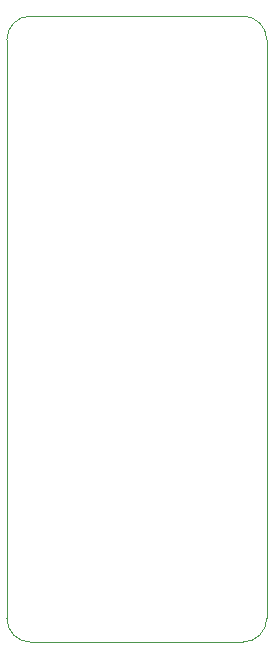
<source format=gbr>
%TF.GenerationSoftware,KiCad,Pcbnew,5.1.6*%
%TF.CreationDate,2020-06-27T21:13:43+02:00*%
%TF.ProjectId,hw,68772e6b-6963-4616-945f-706362585858,rev?*%
%TF.SameCoordinates,PX197b21e0PYf0cd820*%
%TF.FileFunction,Profile,NP*%
%FSLAX46Y46*%
G04 Gerber Fmt 4.6, Leading zero omitted, Abs format (unit mm)*
G04 Created by KiCad (PCBNEW 5.1.6) date 2020-06-27 21:13:43*
%MOMM*%
%LPD*%
G01*
G04 APERTURE LIST*
%TA.AperFunction,Profile*%
%ADD10C,0.050000*%
%TD*%
G04 APERTURE END LIST*
D10*
X19500000Y-48500000D02*
G75*
G02*
X17500000Y-50500000I-2000000J0D01*
G01*
X-500000Y-50500000D02*
G75*
G02*
X-2500000Y-48500000I0J2000000D01*
G01*
X-2500000Y500000D02*
G75*
G02*
X-500000Y2500000I2000000J0D01*
G01*
X17500000Y2500000D02*
G75*
G02*
X19500000Y500000I0J-2000000D01*
G01*
X-2500000Y-48500000D02*
X-2500000Y500000D01*
X17500000Y-50500000D02*
X-500000Y-50500000D01*
X19500000Y500000D02*
X19500000Y-48500000D01*
X-500000Y2500000D02*
X17500000Y2500000D01*
M02*

</source>
